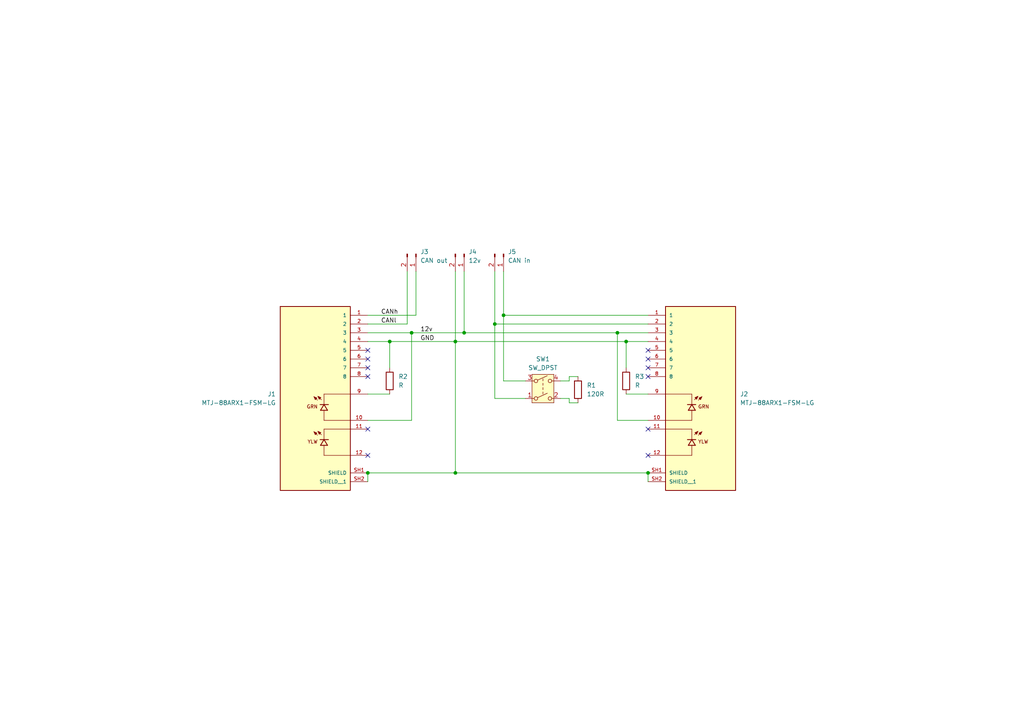
<source format=kicad_sch>
(kicad_sch (version 20250114) (generator "eeschema") (generator_version "9.0")
  (paper "A4")
  (lib_symbols
    (symbol "Connector:Conn_01x02_Pin" (pin_names (offset 1.016) (hide yes))
      (property "Reference" "J" (at 0 2.54 0))
      (property "Value" "Conn_01x02_Pin" (at 0 -5.08 0))
      (symbol "Conn_01x02_Pin_1_1"
        (rectangle (start 0.8636 0.127) (end 0 -0.127) (stroke (width 0.1524)) (fill (type outline)))
        (rectangle (start 0.8636 -2.413) (end 0 -2.667) (stroke (width 0.1524)) (fill (type outline)))
        (polyline (pts (xy 1.27 0) (xy 0.8636 0)) (stroke (width 0.1524)))
        (polyline (pts (xy 1.27 -2.54) (xy 0.8636 -2.54)) (stroke (width 0.1524)))
        (pin passive line (at 5.08 0 180) (length 3.81) (name "Pin_1") (number "1"))
        (pin passive line (at 5.08 -2.54 180) (length 3.81) (name "Pin_2") (number "2"))
      )
    )
    (symbol "Device:R" (pin_numbers (hide yes)) (pin_names (offset 0))
      (property "Reference" "R" (at 2.032 0 90))
      (property "Value" "R" (at 0 0 90))
      (symbol "R_0_1"
        (rectangle (start -1.016 -2.54) (end 1.016 2.54) (stroke (width 0.254)))
      )
      (symbol "R_1_1"
        (pin passive line (at 0 3.81 270) (length 1.27) (name "~") (number "1"))
        (pin passive line (at 0 -3.81 90) (length 1.27) (name "~") (number "2"))
      )
    )
    (symbol "MTJ-88ARX1-FSM-LG:MTJ-88ARX1-FSM-LG" (pin_names (offset 1.016))
      (property "Reference" "J" (at -10.16 26.67 0))
      (property "Value" "MTJ-88ARX1-FSM-LG" (at -10.16 -29.21 0))
      (symbol "MTJ-88ARX1-FSM-LG_0_0"
        (rectangle (start -10.16 -27.94) (end 10.16 25.4) (stroke (width 0.254)) (fill (type background)))
        (polyline (pts (xy -2.54 0) (xy -10.16 0)) (stroke (width 0.1524)))
        (polyline (pts (xy -2.54 -2.921) (xy -2.54 0)) (stroke (width 0.1524)))
        (polyline (pts (xy -2.54 -3.048) (xy -3.81 -3.048)) (stroke (width 0.254)))
        (polyline (pts (xy -2.54 -3.048) (xy -3.556 -4.699)) (stroke (width 0.254)))
        (polyline (pts (xy -2.54 -7.62) (xy -10.16 -7.62)) (stroke (width 0.1524)))
        (polyline (pts (xy -2.54 -7.62) (xy -2.54 -4.826)) (stroke (width 0.1524)))
        (polyline (pts (xy -2.54 -10.16) (xy -10.16 -10.16)) (stroke (width 0.1524)))
        (polyline (pts (xy -2.54 -13.081) (xy -2.54 -10.16)) (stroke (width 0.1524)))
        (polyline (pts (xy -2.54 -13.208) (xy -3.81 -13.208)) (stroke (width 0.254)))
        (polyline (pts (xy -2.54 -13.208) (xy -3.556 -14.859)) (stroke (width 0.254)))
        (polyline (pts (xy -2.54 -17.78) (xy -10.16 -17.78)) (stroke (width 0.1524)))
        (polyline (pts (xy -2.54 -17.78) (xy -2.54 -14.986)) (stroke (width 0.1524)))
        (polyline (pts (xy -1.778 -1.651) (xy -0.762 -0.635)) (stroke (width 0.1524)))
        (polyline (pts (xy -1.778 -11.811) (xy -0.762 -10.795)) (stroke (width 0.1524)))
        (polyline (pts (xy -1.524 -4.699) (xy -3.556 -4.699)) (stroke (width 0.254)))
        (polyline (pts (xy -1.524 -4.699) (xy -2.54 -3.048)) (stroke (width 0.254)))
        (polyline (pts (xy -1.524 -14.859) (xy -3.556 -14.859)) (stroke (width 0.254)))
        (polyline (pts (xy -1.524 -14.859) (xy -2.54 -13.208)) (stroke (width 0.254)))
        (polyline (pts (xy -1.397 -3.048) (xy -2.54 -3.048)) (stroke (width 0.254)))
        (polyline (pts (xy -1.397 -13.208) (xy -2.54 -13.208)) (stroke (width 0.254)))
        (polyline (pts (xy -0.762 -0.635) (xy -1.651 -1.016) (xy -1.143 -1.524) (xy -0.762 -0.635)) (stroke (width 0.1524)) (fill (type outline)))
        (polyline (pts (xy -0.762 -10.795) (xy -1.651 -11.176) (xy -1.143 -11.684) (xy -0.762 -10.795)) (stroke (width 0.1524)) (fill (type outline)))
        (polyline (pts (xy -0.635 -1.778) (xy 0.381 -0.762)) (stroke (width 0.1524)))
        (polyline (pts (xy -0.635 -11.938) (xy 0.381 -10.922)) (stroke (width 0.1524)))
        (polyline (pts (xy 0.381 -0.762) (xy -0.508 -1.143) (xy 0 -1.651) (xy 0.381 -0.762)) (stroke (width 0.1524)) (fill (type outline)))
        (polyline (pts (xy 0.381 -10.922) (xy -0.508 -11.303) (xy 0 -11.811) (xy 0.381 -10.922)) (stroke (width 0.1524)) (fill (type outline)))
        (text "GRN" (at -0.762 -3.048 0) (effects (font (size 1.016 1.016)) (justify left top)))
        (text "YLW" (at -0.762 -13.208 0) (effects (font (size 1.016 1.016)) (justify left top)))
        (pin passive line (at -15.24 22.86 0) (length 5.08) (name "1") (number "1"))
        (pin passive line (at -15.24 20.32 0) (length 5.08) (name "2") (number "2"))
        (pin passive line (at -15.24 17.78 0) (length 5.08) (name "3") (number "3"))
        (pin passive line (at -15.24 15.24 0) (length 5.08) (name "4") (number "4"))
        (pin passive line (at -15.24 12.7 0) (length 5.08) (name "5") (number "5"))
        (pin passive line (at -15.24 10.16 0) (length 5.08) (name "6") (number "6"))
        (pin passive line (at -15.24 7.62 0) (length 5.08) (name "7") (number "7"))
        (pin passive line (at -15.24 5.08 0) (length 5.08) (name "8") (number "8"))
        (pin passive line (at -15.24 0 0) (length 5.08) (name "~") (number "9"))
        (pin passive line (at -15.24 -7.62 0) (length 5.08) (name "~") (number "10"))
        (pin passive line (at -15.24 -10.16 0) (length 5.08) (name "~") (number "11"))
        (pin passive line (at -15.24 -17.78 0) (length 5.08) (name "~") (number "12"))
        (pin passive line (at -15.24 -22.86 0) (length 5.08) (name "SHIELD") (number "SH1"))
        (pin passive line (at -15.24 -25.4 0) (length 5.08) (name "SHIELD__1") (number "SH2"))
      )
    )
    (symbol "Switch:SW_DPST" (pin_names (offset 0) (hide yes))
      (property "Reference" "SW" (at 0 6.35 0))
      (property "Value" "SW_DPST" (at 0 -5.08 0))
      (symbol "SW_DPST_0_0"
        (circle (center -2.032 2.54) (radius 0.508))
        (circle (center -2.032 -2.54) (radius 0.508))
        (polyline (pts (xy -1.524 2.794) (xy 1.27 4.064)))
        (polyline (pts (xy -1.524 -2.286) (xy 1.27 -1.016)))
        (polyline (pts (xy 0 2.54) (xy 0 3.175)))
        (polyline (pts (xy 0 1.27) (xy 0 1.905)))
        (polyline (pts (xy 0 0) (xy 0 0.635)))
        (polyline (pts (xy 0 -1.27) (xy 0 -0.635)))
        (circle (center 2.032 2.54) (radius 0.508))
        (circle (center 2.032 -2.54) (radius 0.508))
      )
      (symbol "SW_DPST_1_1"
        (rectangle (start -3.175 4.445) (end 3.175 -3.81) (fill (type background)))
        (pin passive line (at -5.08 2.54 0) (length 2.54) (name "3") (number "3"))
        (pin passive line (at -5.08 -2.54 0) (length 2.54) (name "1") (number "1"))
        (pin passive line (at 5.08 2.54 180) (length 2.54) (name "4") (number "4"))
        (pin passive line (at 5.08 -2.54 180) (length 2.54) (name "2") (number "2"))
      )
    )
  )
  (junction (at 106.68 137.16))
  (junction (at 187.96 137.16))
  (junction (at 113.03 99.06))
  (junction (at 146.05 91.44))
  (junction (at 132.08 99.06))
  (junction (at 143.51 93.98))
  (junction (at 181.61 99.06))
  (junction (at 119.38 96.52))
  (junction (at 134.62 96.52))
  (junction (at 132.08 137.16))
  (junction (at 179.07 96.52))
  (no_connect (at 187.96 101.6))
  (no_connect (at 187.96 124.46))
  (no_connect (at 106.68 104.14))
  (no_connect (at 106.68 101.6))
  (no_connect (at 187.96 104.14))
  (no_connect (at 106.68 132.08))
  (no_connect (at 106.68 124.46))
  (no_connect (at 187.96 106.68))
  (no_connect (at 187.96 109.22))
  (no_connect (at 187.96 132.08))
  (no_connect (at 106.68 106.68))
  (no_connect (at 106.68 109.22))
  (wire (pts (xy 179.07 121.92) (xy 187.96 121.92)))
  (wire (pts (xy 119.38 121.92) (xy 106.68 121.92)))
  (wire (pts (xy 152.4 110.49) (xy 146.05 110.49)))
  (wire (pts (xy 106.68 137.16) (xy 106.68 139.7)))
  (wire (pts (xy 106.68 93.98) (xy 118.11 93.98)))
  (wire (pts (xy 143.51 93.98) (xy 187.96 93.98)))
  (wire (pts (xy 134.62 96.52) (xy 179.07 96.52)))
  (wire (pts (xy 181.61 99.06) (xy 181.61 106.68)))
  (wire (pts (xy 132.08 137.16) (xy 187.96 137.16)))
  (wire (pts (xy 187.96 137.16) (xy 187.96 139.7)))
  (wire (pts (xy 106.68 99.06) (xy 113.03 99.06)))
  (wire (pts (xy 132.08 99.06) (xy 181.61 99.06)))
  (wire (pts (xy 146.05 78.74) (xy 146.05 91.44)))
  (wire (pts (xy 113.03 99.06) (xy 113.03 106.68)))
  (wire (pts (xy 179.07 96.52) (xy 187.96 96.52)))
  (wire (pts (xy 132.08 78.74) (xy 132.08 99.06)))
  (wire (pts (xy 106.68 114.3) (xy 113.03 114.3)))
  (wire (pts (xy 165.1 116.84) (xy 165.1 115.57)))
  (wire (pts (xy 119.38 96.52) (xy 134.62 96.52)))
  (wire (pts (xy 165.1 109.22) (xy 167.64 109.22)))
  (wire (pts (xy 162.56 110.49) (xy 165.1 110.49)))
  (wire (pts (xy 146.05 91.44) (xy 146.05 110.49)))
  (wire (pts (xy 120.65 78.74) (xy 120.65 91.44)))
  (wire (pts (xy 181.61 114.3) (xy 187.96 114.3)))
  (wire (pts (xy 179.07 96.52) (xy 179.07 121.92)))
  (wire (pts (xy 143.51 78.74) (xy 143.51 93.98)))
  (wire (pts (xy 143.51 115.57) (xy 152.4 115.57)))
  (wire (pts (xy 119.38 96.52) (xy 119.38 121.92)))
  (wire (pts (xy 134.62 78.74) (xy 134.62 96.52)))
  (wire (pts (xy 106.68 137.16) (xy 132.08 137.16)))
  (wire (pts (xy 106.68 96.52) (xy 119.38 96.52)))
  (wire (pts (xy 118.11 78.74) (xy 118.11 93.98)))
  (wire (pts (xy 165.1 110.49) (xy 165.1 109.22)))
  (wire (pts (xy 132.08 137.16) (xy 132.08 99.06)))
  (wire (pts (xy 113.03 99.06) (xy 132.08 99.06)))
  (wire (pts (xy 165.1 115.57) (xy 162.56 115.57)))
  (wire (pts (xy 106.68 91.44) (xy 120.65 91.44)))
  (wire (pts (xy 143.51 93.98) (xy 143.51 115.57)))
  (wire (pts (xy 146.05 91.44) (xy 187.96 91.44)))
  (wire (pts (xy 167.64 116.84) (xy 165.1 116.84)))
  (wire (pts (xy 181.61 99.06) (xy 187.96 99.06)))
  (label "12v" (at 121.92 96.52 0))
  (label "GND" (at 121.92 99.06 0))
  (label "CANh" (at 110.49 91.44 0))
  (label "CANl" (at 110.49 93.98 0))
  (symbol (lib_id "Device:R") (at 167.64 113.03 0) (unit 1)
    (property "Reference" "R1" (at 170.18 111.7599 0) (effects (justify left)))
    (property "Value" "120R" (at 170.18 114.2999 0) (effects (justify left)))
    (property "Footprint" "Resistor_THT:R_Axial_DIN0207_L6.3mm_D2.5mm_P10.16mm_Horizontal" (effects (hide yes)))
    (property "Description" "Resistor" (effects (hide yes)))
  )
  (symbol (lib_id "Connector:Conn_01x02_Pin") (at 146.05 73.66 270) (unit 1)
    (property "Reference" "J5" (at 147.32 73.0249 90) (effects (justify left)))
    (property "Value" "CAN in" (at 147.32 75.5649 90) (effects (justify left)))
    (property "Footprint" "custom:TerminalBlock_WAGO_2601-1102_1x02_P3.50mm_Horizontal w-model" (effects (hide yes)))
    (property "Description" "Generic connector, single row, 01x02, script generated" (effects (hide yes)))
  )
  (symbol (lib_id "Connector:Conn_01x02_Pin") (at 134.62 73.66 270) (unit 1)
    (property "Reference" "J4" (at 135.89 73.0249 90) (effects (justify left)))
    (property "Value" "12v" (at 135.89 75.5649 90) (effects (justify left)))
    (property "Footprint" "custom:TerminalBlock_WAGO_2601-1102_1x02_P3.50mm_Horizontal w-model" (effects (hide yes)))
    (property "Description" "Generic connector, single row, 01x02, script generated" (effects (hide yes)))
  )
  (symbol (lib_id "Device:R") (at 181.61 110.49 0) (unit 1)
    (property "Reference" "R3" (at 184.15 109.2199 0) (effects (justify left)))
    (property "Value" "R" (at 184.15 111.7599 0) (effects (justify left)))
    (property "Footprint" "Resistor_THT:R_Axial_DIN0207_L6.3mm_D2.5mm_P10.16mm_Horizontal" (effects (hide yes)))
    (property "Description" "Resistor" (effects (hide yes)))
  )
  (symbol (lib_id "Device:R") (at 113.03 110.49 0) (unit 1)
    (property "Reference" "R2" (at 115.57 109.2199 0) (effects (justify left)))
    (property "Value" "R" (at 115.57 111.7599 0) (effects (justify left)))
    (property "Footprint" "Resistor_THT:R_Axial_DIN0207_L6.3mm_D2.5mm_P10.16mm_Horizontal" (effects (hide yes)))
    (property "Description" "Resistor" (effects (hide yes)))
  )
  (symbol (lib_id "MTJ-88ARX1-FSM-LG:MTJ-88ARX1-FSM-LG") (at 91.44 114.3 0) (mirror y) (unit 1)
    (property "Reference" "J1" (at 80.01 114.2999 0) (effects (justify left)))
    (property "Value" "MTJ-88ARX1-FSM-LG" (at 80.01 116.8399 0) (effects (justify left)))
    (property "Footprint" "custom:ADAMTECH_MTJ-88ARX1-FSM-LG" (effects (hide yes)))
    (property "PARTREV" "H" (effects (hide yes)))
    (property "STANDARD" "Manufacturer Recommendations" (effects (hide yes)))
    (property "MAXIMUM_PACKAGE_HEIGHT" "13.20mm" (effects (hide yes)))
    (property "MANUFACTURER" "Adam Tech" (effects (hide yes)))
  )
  (symbol (lib_id "MTJ-88ARX1-FSM-LG:MTJ-88ARX1-FSM-LG") (at 203.2 114.3 0) (unit 1)
    (property "Reference" "J2" (at 214.63 114.2999 0) (effects (justify left)))
    (property "Value" "MTJ-88ARX1-FSM-LG" (at 214.63 116.8399 0) (effects (justify left)))
    (property "Footprint" "custom:ADAMTECH_MTJ-88ARX1-FSM-LG" (effects (hide yes)))
    (property "PARTREV" "H" (effects (hide yes)))
    (property "STANDARD" "Manufacturer Recommendations" (effects (hide yes)))
    (property "MAXIMUM_PACKAGE_HEIGHT" "13.20mm" (effects (hide yes)))
    (property "MANUFACTURER" "Adam Tech" (effects (hide yes)))
  )
  (symbol (lib_id "Connector:Conn_01x02_Pin") (at 120.65 73.66 270) (unit 1)
    (property "Reference" "J3" (at 121.92 73.0249 90) (effects (justify left)))
    (property "Value" "CAN out" (at 121.92 75.5649 90) (effects (justify left)))
    (property "Footprint" "custom:TerminalBlock_WAGO_2601-1102_1x02_P3.50mm_Horizontal w-model" (effects (hide yes)))
    (property "Description" "Generic connector, single row, 01x02, script generated" (effects (hide yes)))
  )
  (symbol (lib_id "Switch:SW_DPST") (at 157.48 113.03 0) (unit 1)
    (property "Reference" "SW1" (at 157.48 104.14 0))
    (property "Value" "SW_DPST" (at 157.48 106.68 0))
    (property "Footprint" "custom:206-211" (effects (hide yes)))
    (property "Description" "Double Pole Single Throw (DPST) Switch" (effects (hide yes)))
  )
)
</source>
